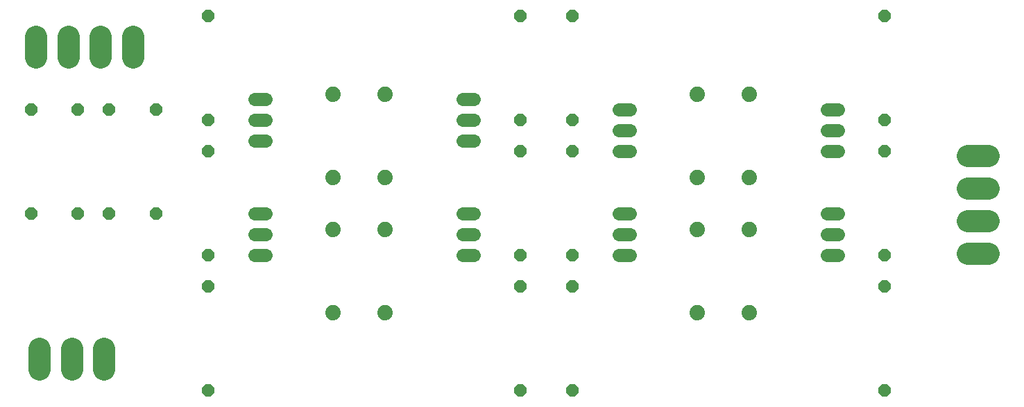
<source format=gts>
G75*
G70*
%OFA0B0*%
%FSLAX24Y24*%
%IPPOS*%
%LPD*%
%AMOC8*
5,1,8,0,0,1.08239X$1,22.5*
%
%ADD10C,0.0626*%
%ADD11C,0.0740*%
%ADD12OC8,0.0600*%
%ADD13C,0.1070*%
D10*
X012328Y009121D02*
X012874Y009121D01*
X012874Y010125D02*
X012328Y010125D01*
X012328Y011129D02*
X012874Y011129D01*
X012874Y014621D02*
X012328Y014621D01*
X012328Y015625D02*
X012874Y015625D01*
X012874Y016629D02*
X012328Y016629D01*
X022328Y016629D02*
X022874Y016629D01*
X022874Y015625D02*
X022328Y015625D01*
X022328Y014621D02*
X022874Y014621D01*
X029828Y014121D02*
X030374Y014121D01*
X030374Y015125D02*
X029828Y015125D01*
X029828Y016129D02*
X030374Y016129D01*
X039828Y016129D02*
X040374Y016129D01*
X040374Y015125D02*
X039828Y015125D01*
X039828Y014121D02*
X040374Y014121D01*
X040374Y011129D02*
X039828Y011129D01*
X039828Y010125D02*
X040374Y010125D01*
X040374Y009121D02*
X039828Y009121D01*
X030374Y009121D02*
X029828Y009121D01*
X029828Y010125D02*
X030374Y010125D01*
X030374Y011129D02*
X029828Y011129D01*
X022874Y011129D02*
X022328Y011129D01*
X022328Y010125D02*
X022874Y010125D01*
X022874Y009121D02*
X022328Y009121D01*
D11*
X018601Y010375D03*
X016101Y010375D03*
X016101Y012875D03*
X018601Y012875D03*
X018601Y016875D03*
X016101Y016875D03*
X033601Y016875D03*
X036101Y016875D03*
X036101Y012875D03*
X033601Y012875D03*
X033601Y010375D03*
X036101Y010375D03*
X036101Y006375D03*
X033601Y006375D03*
X018601Y006375D03*
X016101Y006375D03*
D12*
X010101Y007625D03*
X010101Y009125D03*
X007601Y011125D03*
X005351Y011125D03*
X003851Y011125D03*
X001601Y011125D03*
X010101Y014125D03*
X010101Y015625D03*
X007601Y016125D03*
X005351Y016125D03*
X003851Y016125D03*
X001601Y016125D03*
X010101Y020625D03*
X025101Y020625D03*
X027601Y020625D03*
X027601Y015625D03*
X025101Y015625D03*
X025101Y014125D03*
X027601Y014125D03*
X027601Y009125D03*
X025101Y009125D03*
X025101Y007625D03*
X027601Y007625D03*
X027601Y002625D03*
X025101Y002625D03*
X010101Y002625D03*
X042601Y002625D03*
X042601Y007625D03*
X042601Y009125D03*
X042601Y014125D03*
X042601Y015625D03*
X042601Y020625D03*
D13*
X002001Y004620D02*
X002001Y003630D01*
X003561Y003630D02*
X003561Y004620D01*
X005121Y004620D02*
X005121Y003630D01*
X004951Y018630D02*
X004951Y019620D01*
X003391Y019620D02*
X003391Y018630D01*
X001831Y018630D02*
X001831Y019620D01*
X006511Y019620D02*
X006511Y018630D01*
X046606Y013895D02*
X047596Y013895D01*
X047596Y012335D02*
X046606Y012335D01*
X046606Y010775D02*
X047596Y010775D01*
X047596Y009215D02*
X046606Y009215D01*
M02*

</source>
